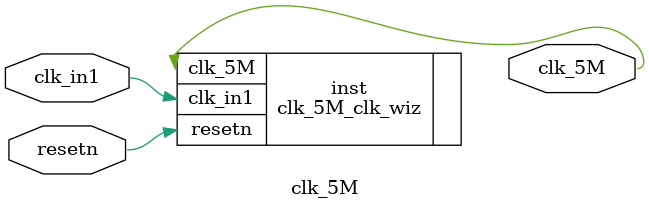
<source format=v>


`timescale 1ps/1ps

(* CORE_GENERATION_INFO = "clk_5M,clk_wiz_v6_0_4_0_0,{component_name=clk_5M,use_phase_alignment=true,use_min_o_jitter=false,use_max_i_jitter=false,use_dyn_phase_shift=false,use_inclk_switchover=false,use_dyn_reconfig=false,enable_axi=0,feedback_source=FDBK_AUTO,PRIMITIVE=MMCM,num_out_clk=1,clkin1_period=10.000,clkin2_period=10.000,use_power_down=false,use_reset=true,use_locked=false,use_inclk_stopped=false,feedback_type=SINGLE,CLOCK_MGR_TYPE=NA,manual_override=false}" *)

module clk_5M 
 (
  // Clock out ports
  output        clk_5M,
  // Status and control signals
  input         resetn,
 // Clock in ports
  input         clk_in1
 );

  clk_5M_clk_wiz inst
  (
  // Clock out ports  
  .clk_5M(clk_5M),
  // Status and control signals               
  .resetn(resetn), 
 // Clock in ports
  .clk_in1(clk_in1)
  );

endmodule

</source>
